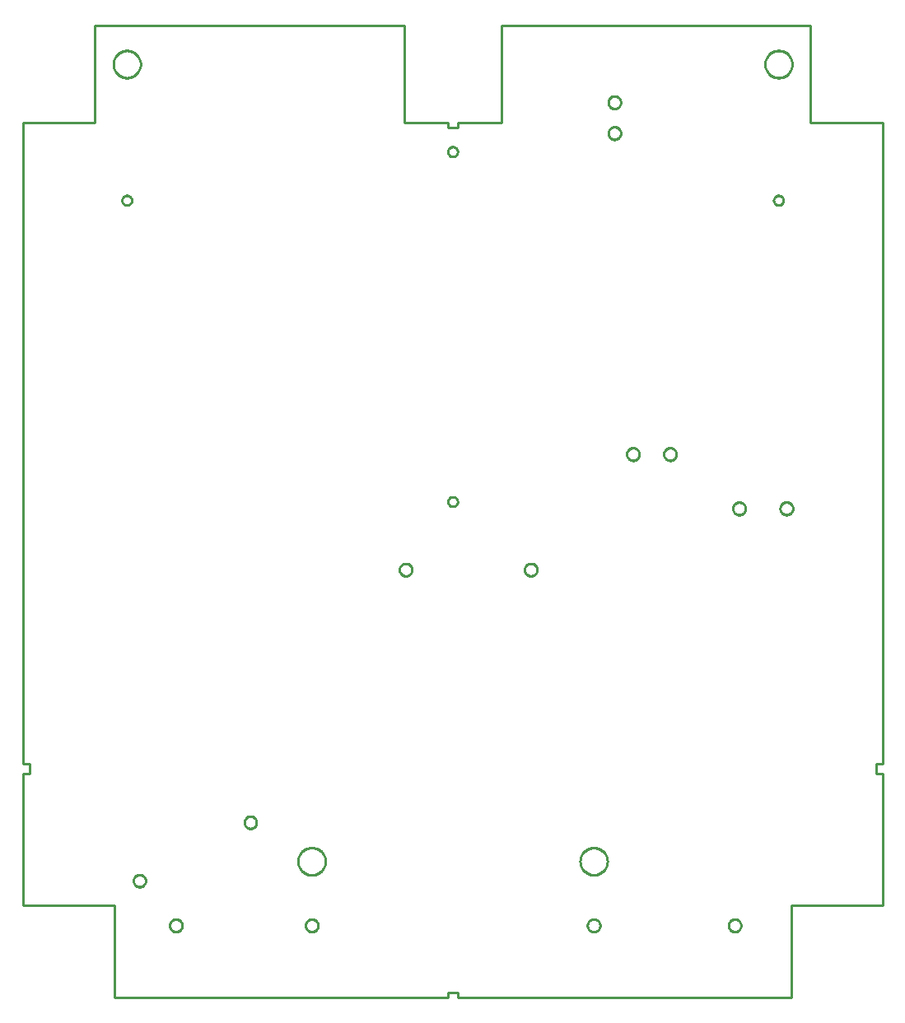
<source format=gbr>
G04 EAGLE Gerber X2 export*
%TF.Part,Single*%
%TF.FileFunction,Profile,NP*%
%TF.FilePolarity,Positive*%
%TF.GenerationSoftware,Autodesk,EAGLE,9.2.2*%
%TF.CreationDate,2019-03-12T13:45:00Z*%
G75*
%MOMM*%
%FSLAX34Y34*%
%LPD*%
%IN*%
%AMOC8*
5,1,8,0,0,1.08239X$1,22.5*%
G01*
%ADD10C,0.254000*%


D10*
X0Y95000D02*
X94000Y95000D01*
X94000Y0D01*
X437000Y0D01*
X437000Y5000D01*
X447000Y5000D01*
X447000Y0D01*
X790000Y0D01*
X790000Y95000D01*
X884000Y95000D01*
X884000Y230000D01*
X877000Y230000D01*
X877000Y240000D01*
X884000Y240000D01*
X884000Y900000D01*
X810000Y900000D01*
X810000Y1000000D01*
X492000Y1000000D01*
X492000Y900000D01*
X447000Y900000D01*
X447000Y895000D01*
X437000Y895000D01*
X437000Y900000D01*
X392000Y900000D01*
X392000Y1000000D01*
X74000Y1000000D01*
X74000Y900000D01*
X0Y900000D01*
X0Y240000D01*
X7000Y240000D01*
X7000Y230000D01*
X0Y230000D01*
X0Y95000D01*
X112000Y820281D02*
X111937Y820839D01*
X111812Y821386D01*
X111627Y821916D01*
X111383Y822422D01*
X111084Y822898D01*
X110734Y823337D01*
X110337Y823734D01*
X109898Y824084D01*
X109422Y824383D01*
X108916Y824627D01*
X108386Y824812D01*
X107839Y824937D01*
X107281Y825000D01*
X106719Y825000D01*
X106161Y824937D01*
X105614Y824812D01*
X105084Y824627D01*
X104578Y824383D01*
X104102Y824084D01*
X103663Y823734D01*
X103266Y823337D01*
X102916Y822898D01*
X102617Y822422D01*
X102373Y821916D01*
X102188Y821386D01*
X102063Y820839D01*
X102000Y820281D01*
X102000Y819719D01*
X102063Y819161D01*
X102188Y818614D01*
X102373Y818084D01*
X102617Y817578D01*
X102916Y817102D01*
X103266Y816663D01*
X103663Y816266D01*
X104102Y815916D01*
X104578Y815617D01*
X105084Y815373D01*
X105614Y815188D01*
X106161Y815063D01*
X106719Y815000D01*
X107281Y815000D01*
X107839Y815063D01*
X108386Y815188D01*
X108916Y815373D01*
X109422Y815617D01*
X109898Y815916D01*
X110337Y816266D01*
X110734Y816663D01*
X111084Y817102D01*
X111383Y817578D01*
X111627Y818084D01*
X111812Y818614D01*
X111937Y819161D01*
X112000Y819719D01*
X112000Y820281D01*
X441719Y515000D02*
X441161Y514937D01*
X440614Y514812D01*
X440084Y514627D01*
X439578Y514383D01*
X439102Y514084D01*
X438663Y513734D01*
X438266Y513337D01*
X437916Y512898D01*
X437617Y512422D01*
X437373Y511916D01*
X437188Y511386D01*
X437063Y510839D01*
X437000Y510281D01*
X437000Y509719D01*
X437063Y509161D01*
X437188Y508614D01*
X437373Y508084D01*
X437617Y507578D01*
X437916Y507102D01*
X438266Y506663D01*
X438663Y506266D01*
X439102Y505916D01*
X439578Y505617D01*
X440084Y505373D01*
X440614Y505188D01*
X441161Y505063D01*
X441719Y505000D01*
X442281Y505000D01*
X442839Y505063D01*
X443386Y505188D01*
X443916Y505373D01*
X444422Y505617D01*
X444898Y505916D01*
X445337Y506266D01*
X445734Y506663D01*
X446084Y507102D01*
X446383Y507578D01*
X446627Y508084D01*
X446812Y508614D01*
X446937Y509161D01*
X447000Y509719D01*
X447000Y510281D01*
X446937Y510839D01*
X446812Y511386D01*
X446627Y511916D01*
X446383Y512422D01*
X446084Y512898D01*
X445734Y513337D01*
X445337Y513734D01*
X444898Y514084D01*
X444422Y514383D01*
X443916Y514627D01*
X443386Y514812D01*
X442839Y514937D01*
X442281Y515000D01*
X441719Y515000D01*
X772000Y819719D02*
X772063Y819161D01*
X772188Y818614D01*
X772373Y818084D01*
X772617Y817578D01*
X772916Y817102D01*
X773266Y816663D01*
X773663Y816266D01*
X774102Y815916D01*
X774578Y815617D01*
X775084Y815373D01*
X775614Y815188D01*
X776161Y815063D01*
X776719Y815000D01*
X777281Y815000D01*
X777839Y815063D01*
X778386Y815188D01*
X778916Y815373D01*
X779422Y815617D01*
X779898Y815916D01*
X780337Y816266D01*
X780734Y816663D01*
X781084Y817102D01*
X781383Y817578D01*
X781627Y818084D01*
X781812Y818614D01*
X781937Y819161D01*
X782000Y819719D01*
X782000Y820281D01*
X781937Y820839D01*
X781812Y821386D01*
X781627Y821916D01*
X781383Y822422D01*
X781084Y822898D01*
X780734Y823337D01*
X780337Y823734D01*
X779898Y824084D01*
X779422Y824383D01*
X778916Y824627D01*
X778386Y824812D01*
X777839Y824937D01*
X777281Y825000D01*
X776719Y825000D01*
X776161Y824937D01*
X775614Y824812D01*
X775084Y824627D01*
X774578Y824383D01*
X774102Y824084D01*
X773663Y823734D01*
X773266Y823337D01*
X772916Y822898D01*
X772617Y822422D01*
X772373Y821916D01*
X772188Y821386D01*
X772063Y820839D01*
X772000Y820281D01*
X772000Y819719D01*
X442281Y865000D02*
X442839Y865063D01*
X443386Y865188D01*
X443916Y865373D01*
X444422Y865617D01*
X444898Y865916D01*
X445337Y866266D01*
X445734Y866663D01*
X446084Y867102D01*
X446383Y867578D01*
X446627Y868084D01*
X446812Y868614D01*
X446937Y869161D01*
X447000Y869719D01*
X447000Y870281D01*
X446937Y870839D01*
X446812Y871386D01*
X446627Y871916D01*
X446383Y872422D01*
X446084Y872898D01*
X445734Y873337D01*
X445337Y873734D01*
X444898Y874084D01*
X444422Y874383D01*
X443916Y874627D01*
X443386Y874812D01*
X442839Y874937D01*
X442281Y875000D01*
X441719Y875000D01*
X441161Y874937D01*
X440614Y874812D01*
X440084Y874627D01*
X439578Y874383D01*
X439102Y874084D01*
X438663Y873734D01*
X438266Y873337D01*
X437916Y872898D01*
X437617Y872422D01*
X437373Y871916D01*
X437188Y871386D01*
X437063Y870839D01*
X437000Y870281D01*
X437000Y869719D01*
X437063Y869161D01*
X437188Y868614D01*
X437373Y868084D01*
X437617Y867578D01*
X437916Y867102D01*
X438266Y866663D01*
X438663Y866266D01*
X439102Y865916D01*
X439578Y865617D01*
X440084Y865373D01*
X440614Y865188D01*
X441161Y865063D01*
X441719Y865000D01*
X442281Y865000D01*
X126250Y119649D02*
X126171Y118951D01*
X126015Y118267D01*
X125783Y117604D01*
X125479Y116972D01*
X125105Y116378D01*
X124668Y115829D01*
X124171Y115332D01*
X123622Y114895D01*
X123028Y114521D01*
X122396Y114217D01*
X121733Y113985D01*
X121049Y113829D01*
X120351Y113750D01*
X119649Y113750D01*
X118951Y113829D01*
X118267Y113985D01*
X117604Y114217D01*
X116972Y114521D01*
X116378Y114895D01*
X115829Y115332D01*
X115332Y115829D01*
X114895Y116378D01*
X114521Y116972D01*
X114217Y117604D01*
X113985Y118267D01*
X113829Y118951D01*
X113750Y119649D01*
X113750Y120351D01*
X113829Y121049D01*
X113985Y121733D01*
X114217Y122396D01*
X114521Y123028D01*
X114895Y123622D01*
X115332Y124171D01*
X115829Y124668D01*
X116378Y125105D01*
X116972Y125479D01*
X117604Y125783D01*
X118267Y126015D01*
X118951Y126171D01*
X119649Y126250D01*
X120351Y126250D01*
X121049Y126171D01*
X121733Y126015D01*
X122396Y125783D01*
X123028Y125479D01*
X123622Y125105D01*
X124171Y124668D01*
X124668Y124171D01*
X125105Y123622D01*
X125479Y123028D01*
X125783Y122396D01*
X126015Y121733D01*
X126171Y121049D01*
X126250Y120351D01*
X126250Y119649D01*
X240250Y179649D02*
X240171Y178951D01*
X240015Y178267D01*
X239783Y177604D01*
X239479Y176972D01*
X239105Y176378D01*
X238668Y175829D01*
X238171Y175332D01*
X237622Y174895D01*
X237028Y174521D01*
X236396Y174217D01*
X235733Y173985D01*
X235049Y173829D01*
X234351Y173750D01*
X233649Y173750D01*
X232951Y173829D01*
X232267Y173985D01*
X231604Y174217D01*
X230972Y174521D01*
X230378Y174895D01*
X229829Y175332D01*
X229332Y175829D01*
X228895Y176378D01*
X228521Y176972D01*
X228217Y177604D01*
X227985Y178267D01*
X227829Y178951D01*
X227750Y179649D01*
X227750Y180351D01*
X227829Y181049D01*
X227985Y181733D01*
X228217Y182396D01*
X228521Y183028D01*
X228895Y183622D01*
X229332Y184171D01*
X229829Y184668D01*
X230378Y185105D01*
X230972Y185479D01*
X231604Y185783D01*
X232267Y186015D01*
X232951Y186171D01*
X233649Y186250D01*
X234351Y186250D01*
X235049Y186171D01*
X235733Y186015D01*
X236396Y185783D01*
X237028Y185479D01*
X237622Y185105D01*
X238171Y184668D01*
X238668Y184171D01*
X239105Y183622D01*
X239479Y183028D01*
X239783Y182396D01*
X240015Y181733D01*
X240171Y181049D01*
X240250Y180351D01*
X240250Y179649D01*
X121000Y959500D02*
X120929Y958503D01*
X120786Y957513D01*
X120574Y956536D01*
X120292Y955576D01*
X119943Y954639D01*
X119527Y953729D01*
X119048Y952852D01*
X118507Y952010D01*
X117908Y951210D01*
X117253Y950454D01*
X116546Y949747D01*
X115790Y949092D01*
X114990Y948493D01*
X114148Y947952D01*
X113271Y947473D01*
X112361Y947057D01*
X111424Y946708D01*
X110465Y946426D01*
X109487Y946214D01*
X108498Y946071D01*
X107500Y946000D01*
X106500Y946000D01*
X105503Y946071D01*
X104513Y946214D01*
X103536Y946426D01*
X102576Y946708D01*
X101639Y947057D01*
X100729Y947473D01*
X99852Y947952D01*
X99010Y948493D01*
X98210Y949092D01*
X97454Y949747D01*
X96747Y950454D01*
X96092Y951210D01*
X95493Y952010D01*
X94952Y952852D01*
X94473Y953729D01*
X94057Y954639D01*
X93708Y955576D01*
X93426Y956536D01*
X93214Y957513D01*
X93071Y958503D01*
X93000Y959500D01*
X93000Y960500D01*
X93071Y961498D01*
X93214Y962487D01*
X93426Y963465D01*
X93708Y964424D01*
X94057Y965361D01*
X94473Y966271D01*
X94952Y967148D01*
X95493Y967990D01*
X96092Y968790D01*
X96747Y969546D01*
X97454Y970253D01*
X98210Y970908D01*
X99010Y971507D01*
X99852Y972048D01*
X100729Y972527D01*
X101639Y972943D01*
X102576Y973292D01*
X103536Y973574D01*
X104513Y973786D01*
X105503Y973929D01*
X106500Y974000D01*
X107500Y974000D01*
X108498Y973929D01*
X109487Y973786D01*
X110465Y973574D01*
X111424Y973292D01*
X112361Y972943D01*
X113271Y972527D01*
X114148Y972048D01*
X114990Y971507D01*
X115790Y970908D01*
X116546Y970253D01*
X117253Y969546D01*
X117908Y968790D01*
X118507Y967990D01*
X119048Y967148D01*
X119527Y966271D01*
X119943Y965361D01*
X120292Y964424D01*
X120574Y963465D01*
X120786Y962487D01*
X120929Y961498D01*
X121000Y960500D01*
X121000Y959500D01*
X791000Y959500D02*
X790929Y958503D01*
X790786Y957513D01*
X790574Y956536D01*
X790292Y955576D01*
X789943Y954639D01*
X789527Y953729D01*
X789048Y952852D01*
X788507Y952010D01*
X787908Y951210D01*
X787253Y950454D01*
X786546Y949747D01*
X785790Y949092D01*
X784990Y948493D01*
X784148Y947952D01*
X783271Y947473D01*
X782361Y947057D01*
X781424Y946708D01*
X780465Y946426D01*
X779487Y946214D01*
X778498Y946071D01*
X777500Y946000D01*
X776500Y946000D01*
X775503Y946071D01*
X774513Y946214D01*
X773536Y946426D01*
X772576Y946708D01*
X771639Y947057D01*
X770729Y947473D01*
X769852Y947952D01*
X769010Y948493D01*
X768210Y949092D01*
X767454Y949747D01*
X766747Y950454D01*
X766092Y951210D01*
X765493Y952010D01*
X764952Y952852D01*
X764473Y953729D01*
X764057Y954639D01*
X763708Y955576D01*
X763426Y956536D01*
X763214Y957513D01*
X763071Y958503D01*
X763000Y959500D01*
X763000Y960500D01*
X763071Y961498D01*
X763214Y962487D01*
X763426Y963465D01*
X763708Y964424D01*
X764057Y965361D01*
X764473Y966271D01*
X764952Y967148D01*
X765493Y967990D01*
X766092Y968790D01*
X766747Y969546D01*
X767454Y970253D01*
X768210Y970908D01*
X769010Y971507D01*
X769852Y972048D01*
X770729Y972527D01*
X771639Y972943D01*
X772576Y973292D01*
X773536Y973574D01*
X774513Y973786D01*
X775503Y973929D01*
X776500Y974000D01*
X777500Y974000D01*
X778498Y973929D01*
X779487Y973786D01*
X780465Y973574D01*
X781424Y973292D01*
X782361Y972943D01*
X783271Y972527D01*
X784148Y972048D01*
X784990Y971507D01*
X785790Y970908D01*
X786546Y970253D01*
X787253Y969546D01*
X787908Y968790D01*
X788507Y967990D01*
X789048Y967148D01*
X789527Y966271D01*
X789943Y965361D01*
X790292Y964424D01*
X790574Y963465D01*
X790786Y962487D01*
X790929Y961498D01*
X791000Y960500D01*
X791000Y959500D01*
X311000Y139500D02*
X310929Y138503D01*
X310786Y137513D01*
X310574Y136536D01*
X310292Y135576D01*
X309943Y134639D01*
X309527Y133729D01*
X309048Y132852D01*
X308507Y132010D01*
X307908Y131210D01*
X307253Y130454D01*
X306546Y129747D01*
X305790Y129092D01*
X304990Y128493D01*
X304148Y127952D01*
X303271Y127473D01*
X302361Y127057D01*
X301424Y126708D01*
X300465Y126426D01*
X299487Y126214D01*
X298498Y126071D01*
X297500Y126000D01*
X296500Y126000D01*
X295503Y126071D01*
X294513Y126214D01*
X293536Y126426D01*
X292576Y126708D01*
X291639Y127057D01*
X290729Y127473D01*
X289852Y127952D01*
X289010Y128493D01*
X288210Y129092D01*
X287454Y129747D01*
X286747Y130454D01*
X286092Y131210D01*
X285493Y132010D01*
X284952Y132852D01*
X284473Y133729D01*
X284057Y134639D01*
X283708Y135576D01*
X283426Y136536D01*
X283214Y137513D01*
X283071Y138503D01*
X283000Y139500D01*
X283000Y140500D01*
X283071Y141498D01*
X283214Y142487D01*
X283426Y143465D01*
X283708Y144424D01*
X284057Y145361D01*
X284473Y146271D01*
X284952Y147148D01*
X285493Y147990D01*
X286092Y148790D01*
X286747Y149546D01*
X287454Y150253D01*
X288210Y150908D01*
X289010Y151507D01*
X289852Y152048D01*
X290729Y152527D01*
X291639Y152943D01*
X292576Y153292D01*
X293536Y153574D01*
X294513Y153786D01*
X295503Y153929D01*
X296500Y154000D01*
X297500Y154000D01*
X298498Y153929D01*
X299487Y153786D01*
X300465Y153574D01*
X301424Y153292D01*
X302361Y152943D01*
X303271Y152527D01*
X304148Y152048D01*
X304990Y151507D01*
X305790Y150908D01*
X306546Y150253D01*
X307253Y149546D01*
X307908Y148790D01*
X308507Y147990D01*
X309048Y147148D01*
X309527Y146271D01*
X309943Y145361D01*
X310292Y144424D01*
X310574Y143465D01*
X310786Y142487D01*
X310929Y141498D01*
X311000Y140500D01*
X311000Y139500D01*
X601000Y139500D02*
X600929Y138503D01*
X600786Y137513D01*
X600574Y136536D01*
X600292Y135576D01*
X599943Y134639D01*
X599527Y133729D01*
X599048Y132852D01*
X598507Y132010D01*
X597908Y131210D01*
X597253Y130454D01*
X596546Y129747D01*
X595790Y129092D01*
X594990Y128493D01*
X594148Y127952D01*
X593271Y127473D01*
X592361Y127057D01*
X591424Y126708D01*
X590465Y126426D01*
X589487Y126214D01*
X588498Y126071D01*
X587500Y126000D01*
X586500Y126000D01*
X585503Y126071D01*
X584513Y126214D01*
X583536Y126426D01*
X582576Y126708D01*
X581639Y127057D01*
X580729Y127473D01*
X579852Y127952D01*
X579010Y128493D01*
X578210Y129092D01*
X577454Y129747D01*
X576747Y130454D01*
X576092Y131210D01*
X575493Y132010D01*
X574952Y132852D01*
X574473Y133729D01*
X574057Y134639D01*
X573708Y135576D01*
X573426Y136536D01*
X573214Y137513D01*
X573071Y138503D01*
X573000Y139500D01*
X573000Y140500D01*
X573071Y141498D01*
X573214Y142487D01*
X573426Y143465D01*
X573708Y144424D01*
X574057Y145361D01*
X574473Y146271D01*
X574952Y147148D01*
X575493Y147990D01*
X576092Y148790D01*
X576747Y149546D01*
X577454Y150253D01*
X578210Y150908D01*
X579010Y151507D01*
X579852Y152048D01*
X580729Y152527D01*
X581639Y152943D01*
X582576Y153292D01*
X583536Y153574D01*
X584513Y153786D01*
X585503Y153929D01*
X586500Y154000D01*
X587500Y154000D01*
X588498Y153929D01*
X589487Y153786D01*
X590465Y153574D01*
X591424Y153292D01*
X592361Y152943D01*
X593271Y152527D01*
X594148Y152048D01*
X594990Y151507D01*
X595790Y150908D01*
X596546Y150253D01*
X597253Y149546D01*
X597908Y148790D01*
X598507Y147990D01*
X599048Y147148D01*
X599527Y146271D01*
X599943Y145361D01*
X600292Y144424D01*
X600574Y143465D01*
X600786Y142487D01*
X600929Y141498D01*
X601000Y140500D01*
X601000Y139500D01*
X614850Y888681D02*
X614787Y888045D01*
X614663Y887419D01*
X614477Y886808D01*
X614233Y886218D01*
X613932Y885654D01*
X613577Y885123D01*
X613172Y884630D01*
X612720Y884178D01*
X612227Y883773D01*
X611696Y883418D01*
X611132Y883117D01*
X610542Y882873D01*
X609931Y882687D01*
X609305Y882563D01*
X608669Y882500D01*
X608031Y882500D01*
X607395Y882563D01*
X606769Y882687D01*
X606158Y882873D01*
X605568Y883117D01*
X605004Y883418D01*
X604473Y883773D01*
X603980Y884178D01*
X603528Y884630D01*
X603123Y885123D01*
X602768Y885654D01*
X602467Y886218D01*
X602223Y886808D01*
X602037Y887419D01*
X601913Y888045D01*
X601850Y888681D01*
X601850Y889319D01*
X601913Y889955D01*
X602037Y890581D01*
X602223Y891192D01*
X602467Y891782D01*
X602768Y892346D01*
X603123Y892877D01*
X603528Y893370D01*
X603980Y893822D01*
X604473Y894227D01*
X605004Y894582D01*
X605568Y894883D01*
X606158Y895127D01*
X606769Y895313D01*
X607395Y895437D01*
X608031Y895500D01*
X608669Y895500D01*
X609305Y895437D01*
X609931Y895313D01*
X610542Y895127D01*
X611132Y894883D01*
X611696Y894582D01*
X612227Y894227D01*
X612720Y893822D01*
X613172Y893370D01*
X613577Y892877D01*
X613932Y892346D01*
X614233Y891782D01*
X614477Y891192D01*
X614663Y890581D01*
X614787Y889955D01*
X614850Y889319D01*
X614850Y888681D01*
X614850Y920431D02*
X614787Y919795D01*
X614663Y919169D01*
X614477Y918558D01*
X614233Y917968D01*
X613932Y917404D01*
X613577Y916873D01*
X613172Y916380D01*
X612720Y915928D01*
X612227Y915523D01*
X611696Y915168D01*
X611132Y914867D01*
X610542Y914623D01*
X609931Y914437D01*
X609305Y914313D01*
X608669Y914250D01*
X608031Y914250D01*
X607395Y914313D01*
X606769Y914437D01*
X606158Y914623D01*
X605568Y914867D01*
X605004Y915168D01*
X604473Y915523D01*
X603980Y915928D01*
X603528Y916380D01*
X603123Y916873D01*
X602768Y917404D01*
X602467Y917968D01*
X602223Y918558D01*
X602037Y919169D01*
X601913Y919795D01*
X601850Y920431D01*
X601850Y921069D01*
X601913Y921705D01*
X602037Y922331D01*
X602223Y922942D01*
X602467Y923532D01*
X602768Y924096D01*
X603123Y924627D01*
X603528Y925120D01*
X603980Y925572D01*
X604473Y925977D01*
X605004Y926332D01*
X605568Y926633D01*
X606158Y926877D01*
X606769Y927063D01*
X607395Y927187D01*
X608031Y927250D01*
X608669Y927250D01*
X609305Y927187D01*
X609931Y927063D01*
X610542Y926877D01*
X611132Y926633D01*
X611696Y926332D01*
X612227Y925977D01*
X612720Y925572D01*
X613172Y925120D01*
X613577Y924627D01*
X613932Y924096D01*
X614233Y923532D01*
X614477Y922942D01*
X614663Y922331D01*
X614787Y921705D01*
X614850Y921069D01*
X614850Y920431D01*
X633900Y558481D02*
X633837Y557845D01*
X633713Y557219D01*
X633527Y556608D01*
X633283Y556018D01*
X632982Y555454D01*
X632627Y554923D01*
X632222Y554430D01*
X631770Y553978D01*
X631277Y553573D01*
X630746Y553218D01*
X630182Y552917D01*
X629592Y552673D01*
X628981Y552487D01*
X628355Y552363D01*
X627719Y552300D01*
X627081Y552300D01*
X626445Y552363D01*
X625819Y552487D01*
X625208Y552673D01*
X624618Y552917D01*
X624054Y553218D01*
X623523Y553573D01*
X623030Y553978D01*
X622578Y554430D01*
X622173Y554923D01*
X621818Y555454D01*
X621517Y556018D01*
X621273Y556608D01*
X621087Y557219D01*
X620963Y557845D01*
X620900Y558481D01*
X620900Y559119D01*
X620963Y559755D01*
X621087Y560381D01*
X621273Y560992D01*
X621517Y561582D01*
X621818Y562146D01*
X622173Y562677D01*
X622578Y563170D01*
X623030Y563622D01*
X623523Y564027D01*
X624054Y564382D01*
X624618Y564683D01*
X625208Y564927D01*
X625819Y565113D01*
X626445Y565237D01*
X627081Y565300D01*
X627719Y565300D01*
X628355Y565237D01*
X628981Y565113D01*
X629592Y564927D01*
X630182Y564683D01*
X630746Y564382D01*
X631277Y564027D01*
X631770Y563622D01*
X632222Y563170D01*
X632627Y562677D01*
X632982Y562146D01*
X633283Y561582D01*
X633527Y560992D01*
X633713Y560381D01*
X633837Y559755D01*
X633900Y559119D01*
X633900Y558481D01*
X672000Y558481D02*
X671937Y557845D01*
X671813Y557219D01*
X671627Y556608D01*
X671383Y556018D01*
X671082Y555454D01*
X670727Y554923D01*
X670322Y554430D01*
X669870Y553978D01*
X669377Y553573D01*
X668846Y553218D01*
X668282Y552917D01*
X667692Y552673D01*
X667081Y552487D01*
X666455Y552363D01*
X665819Y552300D01*
X665181Y552300D01*
X664545Y552363D01*
X663919Y552487D01*
X663308Y552673D01*
X662718Y552917D01*
X662154Y553218D01*
X661623Y553573D01*
X661130Y553978D01*
X660678Y554430D01*
X660273Y554923D01*
X659918Y555454D01*
X659617Y556018D01*
X659373Y556608D01*
X659187Y557219D01*
X659063Y557845D01*
X659000Y558481D01*
X659000Y559119D01*
X659063Y559755D01*
X659187Y560381D01*
X659373Y560992D01*
X659617Y561582D01*
X659918Y562146D01*
X660273Y562677D01*
X660678Y563170D01*
X661130Y563622D01*
X661623Y564027D01*
X662154Y564382D01*
X662718Y564683D01*
X663308Y564927D01*
X663919Y565113D01*
X664545Y565237D01*
X665181Y565300D01*
X665819Y565300D01*
X666455Y565237D01*
X667081Y565113D01*
X667692Y564927D01*
X668282Y564683D01*
X668846Y564382D01*
X669377Y564027D01*
X669870Y563622D01*
X670322Y563170D01*
X670727Y562677D01*
X671082Y562146D01*
X671383Y561582D01*
X671627Y560992D01*
X671813Y560381D01*
X671937Y559755D01*
X672000Y559119D01*
X672000Y558481D01*
X791683Y502617D02*
X791620Y501981D01*
X791495Y501355D01*
X791310Y500743D01*
X791066Y500153D01*
X790765Y499590D01*
X790410Y499059D01*
X790005Y498565D01*
X789553Y498114D01*
X789059Y497709D01*
X788528Y497354D01*
X787965Y497053D01*
X787375Y496808D01*
X786764Y496623D01*
X786138Y496498D01*
X785502Y496436D01*
X784863Y496436D01*
X784228Y496498D01*
X783601Y496623D01*
X782990Y496808D01*
X782400Y497053D01*
X781837Y497354D01*
X781306Y497709D01*
X780812Y498114D01*
X780361Y498565D01*
X779955Y499059D01*
X779601Y499590D01*
X779300Y500153D01*
X779055Y500743D01*
X778870Y501355D01*
X778745Y501981D01*
X778683Y502617D01*
X778683Y503255D01*
X778745Y503891D01*
X778870Y504517D01*
X779055Y505128D01*
X779300Y505718D01*
X779601Y506282D01*
X779955Y506813D01*
X780361Y507306D01*
X780812Y507758D01*
X781306Y508163D01*
X781837Y508518D01*
X782400Y508819D01*
X782990Y509063D01*
X783601Y509249D01*
X784228Y509373D01*
X784863Y509436D01*
X785502Y509436D01*
X786138Y509373D01*
X786764Y509249D01*
X787375Y509063D01*
X787965Y508819D01*
X788528Y508518D01*
X789059Y508163D01*
X789553Y507758D01*
X790005Y507306D01*
X790410Y506813D01*
X790765Y506282D01*
X791066Y505718D01*
X791310Y505128D01*
X791495Y504517D01*
X791620Y503891D01*
X791683Y503255D01*
X791683Y502617D01*
X743012Y502617D02*
X742950Y501981D01*
X742825Y501355D01*
X742640Y500743D01*
X742395Y500153D01*
X742094Y499590D01*
X741740Y499059D01*
X741334Y498565D01*
X740883Y498114D01*
X740389Y497709D01*
X739858Y497354D01*
X739295Y497053D01*
X738705Y496808D01*
X738094Y496623D01*
X737467Y496498D01*
X736832Y496436D01*
X736193Y496436D01*
X735557Y496498D01*
X734931Y496623D01*
X734320Y496808D01*
X733730Y497053D01*
X733167Y497354D01*
X732636Y497709D01*
X732142Y498114D01*
X731690Y498565D01*
X731285Y499059D01*
X730930Y499590D01*
X730629Y500153D01*
X730385Y500743D01*
X730200Y501355D01*
X730075Y501981D01*
X730012Y502617D01*
X730012Y503255D01*
X730075Y503891D01*
X730200Y504517D01*
X730385Y505128D01*
X730629Y505718D01*
X730930Y506282D01*
X731285Y506813D01*
X731690Y507306D01*
X732142Y507758D01*
X732636Y508163D01*
X733167Y508518D01*
X733730Y508819D01*
X734320Y509063D01*
X734931Y509249D01*
X735557Y509373D01*
X736193Y509436D01*
X736832Y509436D01*
X737467Y509373D01*
X738094Y509249D01*
X738705Y509063D01*
X739295Y508819D01*
X739858Y508518D01*
X740389Y508163D01*
X740883Y507758D01*
X741334Y507306D01*
X741740Y506813D01*
X742094Y506282D01*
X742395Y505718D01*
X742640Y505128D01*
X742825Y504517D01*
X742950Y503891D01*
X743012Y503255D01*
X743012Y502617D01*
X400196Y439682D02*
X400133Y439047D01*
X400009Y438420D01*
X399823Y437809D01*
X399579Y437219D01*
X399278Y436656D01*
X398923Y436125D01*
X398518Y435631D01*
X398066Y435180D01*
X397572Y434775D01*
X397041Y434420D01*
X396478Y434119D01*
X395888Y433874D01*
X395277Y433689D01*
X394651Y433564D01*
X394015Y433502D01*
X393376Y433502D01*
X392741Y433564D01*
X392114Y433689D01*
X391503Y433874D01*
X390913Y434119D01*
X390350Y434420D01*
X389819Y434775D01*
X389325Y435180D01*
X388874Y435631D01*
X388469Y436125D01*
X388114Y436656D01*
X387813Y437219D01*
X387568Y437809D01*
X387383Y438420D01*
X387258Y439047D01*
X387196Y439682D01*
X387196Y440321D01*
X387258Y440957D01*
X387383Y441583D01*
X387568Y442194D01*
X387813Y442784D01*
X388114Y443347D01*
X388469Y443878D01*
X388874Y444372D01*
X389325Y444824D01*
X389819Y445229D01*
X390350Y445584D01*
X390913Y445885D01*
X391503Y446129D01*
X392114Y446315D01*
X392741Y446439D01*
X393376Y446502D01*
X394015Y446502D01*
X394651Y446439D01*
X395277Y446315D01*
X395888Y446129D01*
X396478Y445885D01*
X397041Y445584D01*
X397572Y445229D01*
X398066Y444824D01*
X398518Y444372D01*
X398923Y443878D01*
X399278Y443347D01*
X399579Y442784D01*
X399823Y442194D01*
X400009Y441583D01*
X400133Y440957D01*
X400196Y440321D01*
X400196Y439682D01*
X528815Y439682D02*
X528752Y439047D01*
X528628Y438420D01*
X528442Y437809D01*
X528198Y437219D01*
X527897Y436656D01*
X527542Y436125D01*
X527137Y435631D01*
X526685Y435180D01*
X526192Y434775D01*
X525661Y434420D01*
X525097Y434119D01*
X524507Y433874D01*
X523896Y433689D01*
X523270Y433564D01*
X522634Y433502D01*
X521996Y433502D01*
X521360Y433564D01*
X520734Y433689D01*
X520122Y433874D01*
X519532Y434119D01*
X518969Y434420D01*
X518438Y434775D01*
X517945Y435180D01*
X517493Y435631D01*
X517088Y436125D01*
X516733Y436656D01*
X516432Y437219D01*
X516188Y437809D01*
X516002Y438420D01*
X515878Y439047D01*
X515815Y439682D01*
X515815Y440321D01*
X515878Y440957D01*
X516002Y441583D01*
X516188Y442194D01*
X516432Y442784D01*
X516733Y443347D01*
X517088Y443878D01*
X517493Y444372D01*
X517945Y444824D01*
X518438Y445229D01*
X518969Y445584D01*
X519532Y445885D01*
X520122Y446129D01*
X520734Y446315D01*
X521360Y446439D01*
X521996Y446502D01*
X522634Y446502D01*
X523270Y446439D01*
X523896Y446315D01*
X524507Y446129D01*
X525097Y445885D01*
X525661Y445584D01*
X526192Y445229D01*
X526685Y444824D01*
X527137Y444372D01*
X527542Y443878D01*
X527897Y443347D01*
X528198Y442784D01*
X528442Y442194D01*
X528628Y441583D01*
X528752Y440957D01*
X528815Y440321D01*
X528815Y439682D01*
X164000Y73681D02*
X163937Y73045D01*
X163813Y72419D01*
X163627Y71808D01*
X163383Y71218D01*
X163082Y70654D01*
X162727Y70123D01*
X162322Y69630D01*
X161870Y69178D01*
X161377Y68773D01*
X160846Y68418D01*
X160282Y68117D01*
X159692Y67873D01*
X159081Y67687D01*
X158455Y67563D01*
X157819Y67500D01*
X157181Y67500D01*
X156545Y67563D01*
X155919Y67687D01*
X155308Y67873D01*
X154718Y68117D01*
X154154Y68418D01*
X153623Y68773D01*
X153130Y69178D01*
X152678Y69630D01*
X152273Y70123D01*
X151918Y70654D01*
X151617Y71218D01*
X151373Y71808D01*
X151187Y72419D01*
X151063Y73045D01*
X151000Y73681D01*
X151000Y74319D01*
X151063Y74955D01*
X151187Y75581D01*
X151373Y76192D01*
X151617Y76782D01*
X151918Y77346D01*
X152273Y77877D01*
X152678Y78370D01*
X153130Y78822D01*
X153623Y79227D01*
X154154Y79582D01*
X154718Y79883D01*
X155308Y80127D01*
X155919Y80313D01*
X156545Y80437D01*
X157181Y80500D01*
X157819Y80500D01*
X158455Y80437D01*
X159081Y80313D01*
X159692Y80127D01*
X160282Y79883D01*
X160846Y79582D01*
X161377Y79227D01*
X161870Y78822D01*
X162322Y78370D01*
X162727Y77877D01*
X163082Y77346D01*
X163383Y76782D01*
X163627Y76192D01*
X163813Y75581D01*
X163937Y74955D01*
X164000Y74319D01*
X164000Y73681D01*
X303700Y73681D02*
X303637Y73045D01*
X303513Y72419D01*
X303327Y71808D01*
X303083Y71218D01*
X302782Y70654D01*
X302427Y70123D01*
X302022Y69630D01*
X301570Y69178D01*
X301077Y68773D01*
X300546Y68418D01*
X299982Y68117D01*
X299392Y67873D01*
X298781Y67687D01*
X298155Y67563D01*
X297519Y67500D01*
X296881Y67500D01*
X296245Y67563D01*
X295619Y67687D01*
X295008Y67873D01*
X294418Y68117D01*
X293854Y68418D01*
X293323Y68773D01*
X292830Y69178D01*
X292378Y69630D01*
X291973Y70123D01*
X291618Y70654D01*
X291317Y71218D01*
X291073Y71808D01*
X290887Y72419D01*
X290763Y73045D01*
X290700Y73681D01*
X290700Y74319D01*
X290763Y74955D01*
X290887Y75581D01*
X291073Y76192D01*
X291317Y76782D01*
X291618Y77346D01*
X291973Y77877D01*
X292378Y78370D01*
X292830Y78822D01*
X293323Y79227D01*
X293854Y79582D01*
X294418Y79883D01*
X295008Y80127D01*
X295619Y80313D01*
X296245Y80437D01*
X296881Y80500D01*
X297519Y80500D01*
X298155Y80437D01*
X298781Y80313D01*
X299392Y80127D01*
X299982Y79883D01*
X300546Y79582D01*
X301077Y79227D01*
X301570Y78822D01*
X302022Y78370D01*
X302427Y77877D01*
X302782Y77346D01*
X303083Y76782D01*
X303327Y76192D01*
X303513Y75581D01*
X303637Y74955D01*
X303700Y74319D01*
X303700Y73681D01*
X593500Y73681D02*
X593437Y73045D01*
X593313Y72419D01*
X593127Y71808D01*
X592883Y71218D01*
X592582Y70654D01*
X592227Y70123D01*
X591822Y69630D01*
X591370Y69178D01*
X590877Y68773D01*
X590346Y68418D01*
X589782Y68117D01*
X589192Y67873D01*
X588581Y67687D01*
X587955Y67563D01*
X587319Y67500D01*
X586681Y67500D01*
X586045Y67563D01*
X585419Y67687D01*
X584808Y67873D01*
X584218Y68117D01*
X583654Y68418D01*
X583123Y68773D01*
X582630Y69178D01*
X582178Y69630D01*
X581773Y70123D01*
X581418Y70654D01*
X581117Y71218D01*
X580873Y71808D01*
X580687Y72419D01*
X580563Y73045D01*
X580500Y73681D01*
X580500Y74319D01*
X580563Y74955D01*
X580687Y75581D01*
X580873Y76192D01*
X581117Y76782D01*
X581418Y77346D01*
X581773Y77877D01*
X582178Y78370D01*
X582630Y78822D01*
X583123Y79227D01*
X583654Y79582D01*
X584218Y79883D01*
X584808Y80127D01*
X585419Y80313D01*
X586045Y80437D01*
X586681Y80500D01*
X587319Y80500D01*
X587955Y80437D01*
X588581Y80313D01*
X589192Y80127D01*
X589782Y79883D01*
X590346Y79582D01*
X590877Y79227D01*
X591370Y78822D01*
X591822Y78370D01*
X592227Y77877D01*
X592582Y77346D01*
X592883Y76782D01*
X593127Y76192D01*
X593313Y75581D01*
X593437Y74955D01*
X593500Y74319D01*
X593500Y73681D01*
X738500Y73681D02*
X738437Y73045D01*
X738313Y72419D01*
X738127Y71808D01*
X737883Y71218D01*
X737582Y70654D01*
X737227Y70123D01*
X736822Y69630D01*
X736370Y69178D01*
X735877Y68773D01*
X735346Y68418D01*
X734782Y68117D01*
X734192Y67873D01*
X733581Y67687D01*
X732955Y67563D01*
X732319Y67500D01*
X731681Y67500D01*
X731045Y67563D01*
X730419Y67687D01*
X729808Y67873D01*
X729218Y68117D01*
X728654Y68418D01*
X728123Y68773D01*
X727630Y69178D01*
X727178Y69630D01*
X726773Y70123D01*
X726418Y70654D01*
X726117Y71218D01*
X725873Y71808D01*
X725687Y72419D01*
X725563Y73045D01*
X725500Y73681D01*
X725500Y74319D01*
X725563Y74955D01*
X725687Y75581D01*
X725873Y76192D01*
X726117Y76782D01*
X726418Y77346D01*
X726773Y77877D01*
X727178Y78370D01*
X727630Y78822D01*
X728123Y79227D01*
X728654Y79582D01*
X729218Y79883D01*
X729808Y80127D01*
X730419Y80313D01*
X731045Y80437D01*
X731681Y80500D01*
X732319Y80500D01*
X732955Y80437D01*
X733581Y80313D01*
X734192Y80127D01*
X734782Y79883D01*
X735346Y79582D01*
X735877Y79227D01*
X736370Y78822D01*
X736822Y78370D01*
X737227Y77877D01*
X737582Y77346D01*
X737883Y76782D01*
X738127Y76192D01*
X738313Y75581D01*
X738437Y74955D01*
X738500Y74319D01*
X738500Y73681D01*
M02*

</source>
